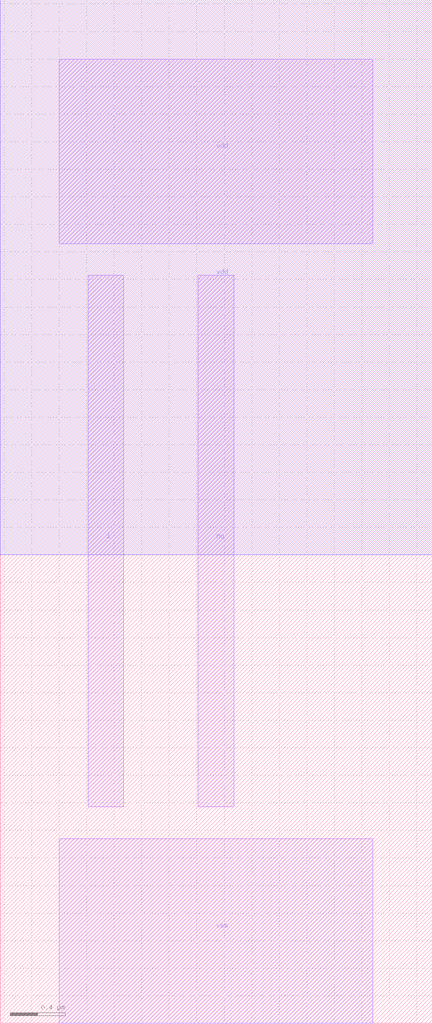
<source format=lef>
VERSION 5.7 ;
  NOWIREEXTENSIONATPIN ON ;
  DIVIDERCHAR "/" ;
  BUSBITCHARS "[]" ;
MACRO inv_x2
  CLASS BLOCK ;
  FOREIGN inv_x2 ;
  ORIGIN 0.430 0.000 ;
  SIZE 3.140 BY 7.430 ;
  PIN vss
    ANTENNADIFFAREA 2.370000 ;
    PORT
      LAYER Metal1 ;
        RECT 0.000 0.000 2.280 1.340 ;
    END
  END vss
  PIN vdd
    ANTENNADIFFAREA 2.546000 ;
    PORT
      LAYER Nwell ;
        RECT -0.430 3.400 2.710 7.430 ;
      LAYER Metal1 ;
        RECT 0.000 5.660 2.280 7.000 ;
    END
  END vdd
  PIN nq
    ANTENNADIFFAREA 2.054000 ;
    PORT
      LAYER Metal1 ;
        RECT 1.010 1.570 1.270 5.430 ;
    END
  END nq
  PIN i
    ANTENNAGATEAREA 2.212000 ;
    PORT
      LAYER Metal1 ;
        RECT 0.210 1.570 0.470 5.430 ;
    END
  END i
END inv_x2
END LIBRARY


</source>
